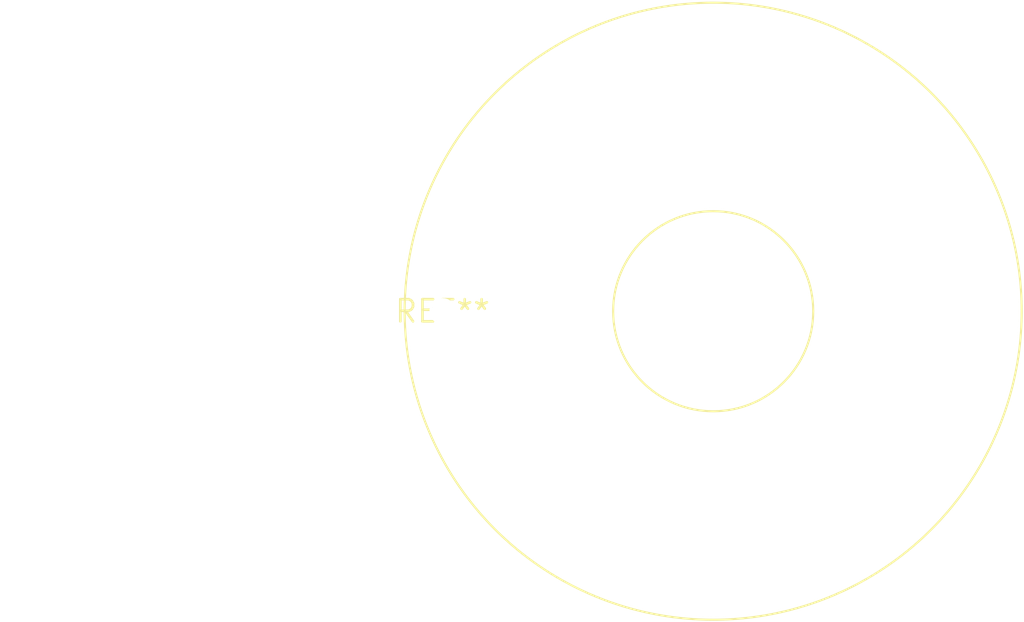
<source format=kicad_pcb>
(kicad_pcb (version 20240108) (generator pcbnew)
  (layers (0 "F.Cu" signal) (31 "B.Cu" signal) (34 "B.Paste" user) (35 "F.Paste" user) (36 "B.SilkS" user "B.Silkscreen") (37 "F.SilkS" user "F.Silkscreen") (38 "B.Mask" user) (39 "F.Mask" user) (44 "Edge.Cuts" user))
  (net 0 "")
  (footprint "L_Toroid_Horizontal_D35.1mm_P31.00mm_Vishay_TJ6" (layer "F.Cu") (at 0 0)
    (property "Reference" "REF**")
    (property "Value" "L_Toroid_Horizontal_D35.1mm_P31.00mm_Vishay_TJ6")
    (fp_circle (center 15.5 0) (end 21.23 0) (layer "F.SilkS") (stroke (width 0.12)) (fill none))
    (fp_circle (center 15.5 0) (end 33.17 0) (layer "F.SilkS") (stroke (width 0.12)) (fill none))
    (pad "1" thru_hole circle (at 0 0) (size 3 3) (drill 1.5) (layers *.Cu *.Mask) (remove_unused_layers))
    (pad "2" thru_hole circle (at 31 0) (size 3 3) (drill 1.5) (layers *.Cu *.Mask) (remove_unused_layers))
  )
)
</source>
